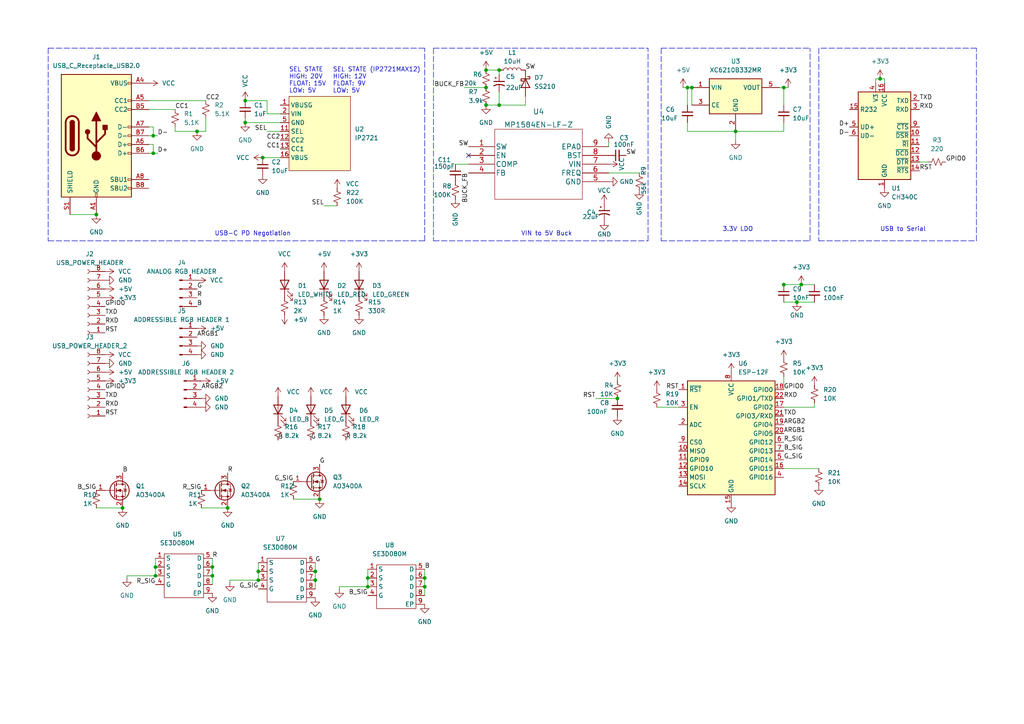
<source format=kicad_sch>
(kicad_sch (version 20211123) (generator eeschema)
  (paper "A4")
  (lib_symbols
    (symbol "Connector:Conn_01x04_Male" (pin_names (offset 1.016) hide)
      (property "Reference" "J" (at 0 5.08 0))
      (property "Value" "Conn_01x04_Male" (at 0 -7.62 0))
      (symbol "Conn_01x04_Male_1_1"
        (pin passive line (at 5.08 2.54 180) (length 3.81) (name "Pin_1") (number "1"))
        (pin passive line (at 5.08 0 180) (length 3.81) (name "Pin_2") (number "2"))
        (pin passive line (at 5.08 -2.54 180) (length 3.81) (name "Pin_3") (number "3"))
        (pin passive line (at 5.08 -5.08 180) (length 3.81) (name "Pin_4") (number "4"))
      )
    )
    (symbol "Connector:Conn_01x08_Female" (pin_names (offset 1.016) hide)
      (property "Reference" "J" (at 0 10.16 0))
      (property "Value" "Conn_01x08_Female" (at 0 -12.7 0))
      (symbol "Conn_01x08_Female_1_1"
        (pin passive line (at -5.08 7.62 0) (length 3.81) (name "Pin_1") (number "1"))
        (pin passive line (at -5.08 5.08 0) (length 3.81) (name "Pin_2") (number "2"))
        (pin passive line (at -5.08 2.54 0) (length 3.81) (name "Pin_3") (number "3"))
        (pin passive line (at -5.08 0 0) (length 3.81) (name "Pin_4") (number "4"))
        (pin passive line (at -5.08 -2.54 0) (length 3.81) (name "Pin_5") (number "5"))
        (pin passive line (at -5.08 -5.08 0) (length 3.81) (name "Pin_6") (number "6"))
        (pin passive line (at -5.08 -7.62 0) (length 3.81) (name "Pin_7") (number "7"))
        (pin passive line (at -5.08 -10.16 0) (length 3.81) (name "Pin_8") (number "8"))
      )
    )
    (symbol "Connector:USB_C_Receptacle_USB2.0" (pin_names (offset 1.016))
      (property "Reference" "J" (at -10.16 19.05 0))
      (property "Value" "USB_C_Receptacle_USB2.0" (at 19.05 19.05 0))
      (symbol "USB_C_Receptacle_USB2.0_1_1"
        (pin passive line (at 0 -22.86 90) (length 5.08) (name "GND") (number "A1"))
        (pin passive line (at 0 -22.86 90) (length 5.08) hide (name "GND") (number "A12"))
        (pin passive line (at 15.24 15.24 180) (length 5.08) (name "VBUS") (number "A4"))
        (pin bidirectional line (at 15.24 10.16 180) (length 5.08) (name "CC1") (number "A5"))
        (pin bidirectional line (at 15.24 -2.54 180) (length 5.08) (name "D+") (number "A6"))
        (pin bidirectional line (at 15.24 2.54 180) (length 5.08) (name "D-") (number "A7"))
        (pin bidirectional line (at 15.24 -12.7 180) (length 5.08) (name "SBU1") (number "A8"))
        (pin passive line (at 15.24 15.24 180) (length 5.08) hide (name "VBUS") (number "A9"))
        (pin passive line (at 0 -22.86 90) (length 5.08) hide (name "GND") (number "B1"))
        (pin passive line (at 0 -22.86 90) (length 5.08) hide (name "GND") (number "B12"))
        (pin passive line (at 15.24 15.24 180) (length 5.08) hide (name "VBUS") (number "B4"))
        (pin bidirectional line (at 15.24 7.62 180) (length 5.08) (name "CC2") (number "B5"))
        (pin bidirectional line (at 15.24 -5.08 180) (length 5.08) (name "D+") (number "B6"))
        (pin bidirectional line (at 15.24 0 180) (length 5.08) (name "D-") (number "B7"))
        (pin bidirectional line (at 15.24 -15.24 180) (length 5.08) (name "SBU2") (number "B8"))
        (pin passive line (at 15.24 15.24 180) (length 5.08) hide (name "VBUS") (number "B9"))
        (pin passive line (at -7.62 -22.86 90) (length 5.08) (name "SHIELD") (number "S1"))
      )
    )
    (symbol "Device:C_Polarized_Small_US" (pin_numbers hide) (pin_names (offset 0.254) hide)
      (property "Reference" "C" (at 0.254 1.778 0))
      (property "Value" "C_Polarized_Small_US" (at 0.254 -2.032 0))
      (symbol "C_Polarized_Small_US_1_1"
        (pin passive line (at 0 2.54 270) (length 2.032) (name "~") (number "1"))
        (pin passive line (at 0 -2.54 90) (length 2.032) (name "~") (number "2"))
      )
    )
    (symbol "Device:C_Small" (pin_numbers hide) (pin_names (offset 0.254) hide)
      (property "Reference" "C" (at 0.254 1.778 0))
      (property "Value" "C_Small" (at 0.254 -2.032 0))
      (symbol "C_Small_1_1"
        (pin passive line (at 0 2.54 270) (length 2.032) (name "~") (number "1"))
        (pin passive line (at 0 -2.54 90) (length 2.032) (name "~") (number "2"))
      )
    )
    (symbol "Device:L" (pin_numbers hide) (pin_names (offset 1.016) hide)
      (property "Reference" "L" (at -1.27 0 90))
      (property "Value" "L" (at 1.905 0 90))
      (symbol "L_1_1"
        (pin passive line (at 0 3.81 270) (length 1.27) (name "1") (number "1"))
        (pin passive line (at 0 -3.81 90) (length 1.27) (name "2") (number "2"))
      )
    )
    (symbol "Device:LED" (pin_numbers hide) (pin_names (offset 1.016) hide)
      (property "Reference" "D" (at 0 2.54 0))
      (property "Value" "LED" (at 0 -2.54 0))
      (symbol "LED_1_1"
        (pin passive line (at -3.81 0 0) (length 2.54) (name "K") (number "1"))
        (pin passive line (at 3.81 0 180) (length 2.54) (name "A") (number "2"))
      )
    )
    (symbol "Device:Q_NMOS_GSD" (pin_names (offset 0) hide)
      (property "Reference" "Q" (at 5.08 1.27 0))
      (property "Value" "Q_NMOS_GSD" (at 5.08 -1.27 0))
      (symbol "Q_NMOS_GSD_1_1"
        (pin input line (at -5.08 0 0) (length 2.54) (name "G") (number "1"))
        (pin passive line (at 2.54 -5.08 90) (length 2.54) (name "S") (number "2"))
        (pin passive line (at 2.54 5.08 270) (length 2.54) (name "D") (number "3"))
      )
    )
    (symbol "Device:R_Small_US" (pin_numbers hide) (pin_names (offset 0.254) hide)
      (property "Reference" "R" (at 0.762 0.508 0))
      (property "Value" "R_Small_US" (at 0.762 -1.016 0))
      (symbol "R_Small_US_1_1"
        (pin passive line (at 0 2.54 270) (length 1.016) (name "~") (number "1"))
        (pin passive line (at 0 -2.54 90) (length 1.016) (name "~") (number "2"))
      )
    )
    (symbol "Diode:B120-E3" (pin_numbers hide) (pin_names hide)
      (property "Reference" "D" (at 0 2.54 0))
      (property "Value" "B120-E3" (at 0 -2.54 0))
      (symbol "B120-E3_1_1"
        (pin passive line (at -3.81 0 0) (length 2.54) (name "K") (number "1"))
        (pin passive line (at 3.81 0 180) (length 2.54) (name "A") (number "2"))
      )
    )
    (symbol "IP2721:IP2721"
      (property "Reference" "U" (at 7.62 6.35 0))
      (property "Value" "IP2721" (at 8.89 3.81 0))
      (symbol "IP2721_0_0"
        (pin output line (at 0 0 0) (length 2.54) (name "VBUSG") (number "1"))
        (pin input line (at 0 -7.62 0) (length 2.54) (name "SEL") (number "11"))
        (pin bidirectional line (at 0 -10.16 0) (length 2.54) (name "CC2") (number "12"))
        (pin bidirectional line (at 0 -12.7 0) (length 2.54) (name "CC1") (number "13"))
        (pin input line (at 0 -15.24 0) (length 2.54) (name "VBUS") (number "16"))
        (pin output line (at 0 -2.54 0) (length 2.54) (name "VIN") (number "2"))
        (pin bidirectional line (at 0 -5.08 0) (length 2.54) (name "GND") (number "5"))
      )
    )
    (symbol "Interface_USB:CH340C"
      (property "Reference" "U" (at -5.08 13.97 0))
      (property "Value" "CH340C" (at 1.27 13.97 0))
      (symbol "CH340C_1_1"
        (pin power_in line (at 0 -15.24 90) (length 2.54) (name "GND") (number "1"))
        (pin input line (at 10.16 0 180) (length 2.54) (name "~{DSR}") (number "10"))
        (pin input line (at 10.16 -2.54 180) (length 2.54) (name "~{RI}") (number "11"))
        (pin input line (at 10.16 -5.08 180) (length 2.54) (name "~{DCD}") (number "12"))
        (pin output line (at 10.16 -7.62 180) (length 2.54) (name "~{DTR}") (number "13"))
        (pin output line (at 10.16 -10.16 180) (length 2.54) (name "~{RTS}") (number "14"))
        (pin input line (at -10.16 7.62 0) (length 2.54) (name "R232") (number "15"))
        (pin power_in line (at 0 15.24 270) (length 2.54) (name "VCC") (number "16"))
        (pin output line (at 10.16 10.16 180) (length 2.54) (name "TXD") (number "2"))
        (pin input line (at 10.16 7.62 180) (length 2.54) (name "RXD") (number "3"))
        (pin passive line (at -2.54 15.24 270) (length 2.54) (name "V3") (number "4"))
        (pin bidirectional line (at -10.16 2.54 0) (length 2.54) (name "UD+") (number "5"))
        (pin bidirectional line (at -10.16 0 0) (length 2.54) (name "UD-") (number "6"))
        (pin no_connect line (at -7.62 -7.62 0) (length 2.54) hide (name "NC") (number "7"))
        (pin no_connect line (at -7.62 -10.16 0) (length 2.54) hide (name "NC") (number "8"))
        (pin input line (at 10.16 2.54 180) (length 2.54) (name "~{CTS}") (number "9"))
      )
    )
    (symbol "MP1584:MP1584EN-LF-Z" (pin_names (offset 0.254))
      (property "Reference" "U" (at 20.32 10.16 0))
      (property "Value" "MP1584EN-LF-Z" (at 20.32 7.62 0))
      (symbol "MP1584EN-LF-Z_1_1"
        (pin output line (at 0 0 0) (length 7.62) (name "SW") (number "1"))
        (pin input line (at 0 -2.54 0) (length 7.62) (name "EN") (number "2"))
        (pin output line (at 0 -5.08 0) (length 7.62) (name "COMP") (number "3"))
        (pin input line (at 0 -7.62 0) (length 7.62) (name "FB") (number "4"))
        (pin power_in line (at 40.64 -10.16 180) (length 7.62) (name "GND") (number "5"))
        (pin input line (at 40.64 -7.62 180) (length 7.62) (name "FREQ") (number "6"))
        (pin power_in line (at 40.64 -5.08 180) (length 7.62) (name "VIN") (number "7"))
        (pin unspecified line (at 40.64 -2.54 180) (length 7.62) (name "BST") (number "8"))
        (pin power_in line (at 40.64 0 180) (length 7.62) (name "EPAD") (number "9"))
      )
    )
    (symbol "RF_Module:ESP-12F"
      (property "Reference" "U" (at -12.7 19.05 0))
      (property "Value" "ESP-12F" (at 12.7 19.05 0))
      (symbol "ESP-12F_1_1"
        (pin input line (at -15.24 15.24 0) (length 2.54) (name "~{RST}") (number "1"))
        (pin bidirectional line (at -15.24 -2.54 0) (length 2.54) (name "MISO") (number "10"))
        (pin bidirectional line (at -15.24 -5.08 0) (length 2.54) (name "GPIO9") (number "11"))
        (pin bidirectional line (at -15.24 -7.62 0) (length 2.54) (name "GPIO10") (number "12"))
        (pin bidirectional line (at -15.24 -10.16 0) (length 2.54) (name "MOSI") (number "13"))
        (pin bidirectional line (at -15.24 -12.7 0) (length 2.54) (name "SCLK") (number "14"))
        (pin power_in line (at 0 -17.78 90) (length 2.54) (name "GND") (number "15"))
        (pin bidirectional line (at 15.24 -7.62 180) (length 2.54) (name "GPIO15") (number "16"))
        (pin bidirectional line (at 15.24 10.16 180) (length 2.54) (name "GPIO2") (number "17"))
        (pin bidirectional line (at 15.24 15.24 180) (length 2.54) (name "GPIO0") (number "18"))
        (pin bidirectional line (at 15.24 5.08 180) (length 2.54) (name "GPIO4") (number "19"))
        (pin input line (at -15.24 5.08 0) (length 2.54) (name "ADC") (number "2"))
        (pin bidirectional line (at 15.24 2.54 180) (length 2.54) (name "GPIO5") (number "20"))
        (pin bidirectional line (at 15.24 7.62 180) (length 2.54) (name "GPIO3/RXD") (number "21"))
        (pin bidirectional line (at 15.24 12.7 180) (length 2.54) (name "GPIO1/TXD") (number "22"))
        (pin input line (at -15.24 10.16 0) (length 2.54) (name "EN") (number "3"))
        (pin bidirectional line (at 15.24 -10.16 180) (length 2.54) (name "GPIO16") (number "4"))
        (pin bidirectional line (at 15.24 -5.08 180) (length 2.54) (name "GPIO14") (number "5"))
        (pin bidirectional line (at 15.24 0 180) (length 2.54) (name "GPIO12") (number "6"))
        (pin bidirectional line (at 15.24 -2.54 180) (length 2.54) (name "GPIO13") (number "7"))
        (pin power_in line (at 0 20.32 270) (length 2.54) (name "VCC") (number "8"))
        (pin input line (at -15.24 0 0) (length 2.54) (name "CS0") (number "9"))
      )
    )
    (symbol "Regulator_Linear:XC6210B332MR"
      (property "Reference" "U" (at 0 8.89 0))
      (property "Value" "XC6210B332MR" (at 0 6.35 0))
      (symbol "XC6210B332MR_1_1"
        (pin power_in line (at -12.7 2.54 0) (length 5.08) (name "VIN") (number "1"))
        (pin power_in line (at 0 -10.16 90) (length 5.08) (name "GND") (number "2"))
        (pin input line (at -12.7 -2.54 0) (length 5.08) (name "CE") (number "3"))
        (pin no_connect line (at 12.7 -2.54 180) (length 5.08) hide (name "NC") (number "4"))
        (pin power_out line (at 12.7 2.54 180) (length 5.08) (name "VOUT") (number "5"))
      )
    )
    (symbol "SE3D080M:SE3D080M"
      (property "Reference" "U" (at -5.08 1.27 0))
      (property "Value" "SE3D080M" (at -3.81 3.81 0))
      (symbol "SE3D080M_0_0"
        (pin unspecified line (at -10.16 -1.27 0) (length 2.54) (name "S") (number "1"))
        (pin unspecified line (at -10.16 -3.81 0) (length 2.54) (name "S") (number "2"))
        (pin unspecified line (at -10.16 -6.35 0) (length 2.54) (name "S") (number "3"))
        (pin unspecified line (at -10.16 -8.89 0) (length 2.54) (name "G") (number "4"))
        (pin unspecified line (at 6.35 -1.27 180) (length 2.54) (name "D") (number "5"))
        (pin unspecified line (at 6.35 -3.81 180) (length 2.54) (name "D") (number "6"))
        (pin unspecified line (at 6.35 -6.35 180) (length 2.54) (name "D") (number "7"))
        (pin unspecified line (at 6.35 -8.89 180) (length 2.54) (name "D") (number "8"))
        (pin unspecified line (at 6.35 -11.43 180) (length 2.54) (name "EP") (number "9"))
      )
    )
    (symbol "power:+3.3V" (power) (pin_names (offset 0))
      (property "Value" "+3.3V" (at 0 3.556 0))
      (symbol "+3.3V_1_1"
        (pin power_in line (at 0 0 90) (length 0) hide (name "+3V3") (number "1"))
      )
    )
    (symbol "power:+5V" (power) (pin_names (offset 0))
      (property "Value" "+5V" (at 0 3.556 0))
      (symbol "+5V_1_1"
        (pin power_in line (at 0 0 90) (length 0) hide (name "+5V") (number "1"))
      )
    )
    (symbol "power:GND" (power) (pin_names (offset 0))
      (property "Value" "GND" (at 0 -3.81 0))
      (symbol "GND_1_1"
        (pin power_in line (at 0 0 270) (length 0) hide (name "GND") (number "1"))
      )
    )
    (symbol "power:VCC" (power) (pin_names (offset 0))
      (property "Value" "VCC" (at 0 3.81 0))
      (symbol "VCC_1_1"
        (pin power_in line (at 0 0 90) (length 0) hide (name "VCC") (number "1"))
      )
    )
  )
  (junction (at 232.41 82.55))
  (junction (at 27.94 62.23))
  (junction (at 106.68 167.64))
  (junction (at 106.68 170.18))
  (junction (at 61.595 164.465))
  (junction (at 231.14 87.63))
  (junction (at 92.71 144.78))
  (junction (at 45.085 164.465))
  (junction (at 74.93 165.735))
  (junction (at 61.595 167.005))
  (junction (at 66.04 147.32))
  (junction (at 227.33 25.4))
  (junction (at 44.45 39.37))
  (junction (at 35.56 147.32))
  (junction (at 123.19 167.64))
  (junction (at 213.36 38.1))
  (junction (at 91.44 168.275))
  (junction (at 227.33 82.55))
  (junction (at 71.12 35.56))
  (junction (at 140.97 30.48))
  (junction (at 144.78 20.32))
  (junction (at 255.27 22.86))
  (junction (at 57.15 38.1))
  (junction (at 179.07 115.57))
  (junction (at 91.44 165.735))
  (junction (at 71.12 29.21))
  (junction (at 44.45 44.45))
  (junction (at 74.93 168.275))
  (junction (at 199.39 25.4))
  (junction (at 140.97 25.4))
  (junction (at 45.085 167.005))
  (junction (at 76.2 45.72))
  (junction (at 200.66 25.4))
  (junction (at 123.19 170.18))
  (junction (at 144.78 30.48))
  (junction (at 140.97 20.32))
  (no_connect (at 135.89 45.085))
  (wire (pts (xy 123.19 170.18) (xy 123.19 172.72)))
  (wire (pts (xy 227.33 25.4) (xy 228.6 25.4)))
  (wire (pts (xy 43.18 29.21) (xy 59.69 29.21)))
  (wire (pts (xy 106.68 165.1) (xy 106.68 167.64)))
  (wire (pts (xy 77.47 29.21) (xy 71.12 29.21)))
  (wire (pts (xy 176.53 41.275) (xy 176.53 42.545)))
  (wire (pts (xy 45.085 161.925) (xy 45.085 164.465)))
  (wire (pts (xy 98.425 170.18) (xy 106.68 170.18)))
  (wire (pts (xy 200.66 25.4) (xy 200.66 30.48)))
  (wire (pts (xy 93.98 59.69) (xy 97.79 59.69)))
  (wire (pts (xy 226.06 25.4) (xy 227.33 25.4)))
  (wire (pts (xy 198.12 25.4) (xy 199.39 25.4)))
  (wire (pts (xy 66.675 168.275) (xy 74.93 168.275)))
  (wire (pts (xy 227.33 87.63) (xy 231.14 87.63)))
  (wire (pts (xy 140.97 20.32) (xy 144.78 20.32)))
  (wire (pts (xy 43.18 41.91) (xy 44.45 41.91)))
  (polyline (pts (xy 191.77 13.97) (xy 191.77 69.85)))
  (wire (pts (xy 91.44 168.275) (xy 91.44 170.815)))
  (wire (pts (xy 190.5 118.11) (xy 196.85 118.11)))
  (polyline (pts (xy 13.97 69.85) (xy 123.19 69.85)))
  (wire (pts (xy 255.27 22.86) (xy 254 22.86)))
  (wire (pts (xy 227.33 82.55) (xy 227.33 83.82)))
  (polyline (pts (xy 237.49 69.85) (xy 283.21 69.85)))
  (wire (pts (xy 71.12 35.56) (xy 81.28 35.56)))
  (wire (pts (xy 98.425 170.815) (xy 98.425 170.18)))
  (wire (pts (xy 132.08 47.625) (xy 135.89 47.625)))
  (wire (pts (xy 77.47 38.1) (xy 81.28 38.1)))
  (wire (pts (xy 227.33 109.22) (xy 227.33 113.03)))
  (wire (pts (xy 213.36 38.1) (xy 213.36 40.64)))
  (wire (pts (xy 74.93 163.195) (xy 74.93 165.735)))
  (polyline (pts (xy 191.77 13.97) (xy 234.95 13.97)))
  (wire (pts (xy 185.42 50.165) (xy 176.53 50.165)))
  (polyline (pts (xy 123.19 69.85) (xy 123.19 13.97)))
  (wire (pts (xy 227.33 118.11) (xy 236.22 118.11)))
  (wire (pts (xy 231.14 87.63) (xy 236.22 87.63)))
  (wire (pts (xy 227.33 135.89) (xy 237.49 135.89)))
  (wire (pts (xy 71.12 35.56) (xy 71.12 34.29)))
  (wire (pts (xy 134.62 25.4) (xy 140.97 25.4)))
  (wire (pts (xy 144.78 26.67) (xy 144.78 30.48)))
  (wire (pts (xy 254 22.86) (xy 254 24.13)))
  (wire (pts (xy 91.44 163.195) (xy 91.44 165.735)))
  (wire (pts (xy 140.97 30.48) (xy 144.78 30.48)))
  (wire (pts (xy 106.68 167.64) (xy 106.68 170.18)))
  (polyline (pts (xy 237.49 13.97) (xy 237.49 69.85)))
  (wire (pts (xy 44.45 36.83) (xy 43.18 36.83)))
  (wire (pts (xy 256.54 24.13) (xy 256.54 22.86)))
  (wire (pts (xy 269.24 46.99) (xy 266.7 46.99)))
  (wire (pts (xy 27.94 147.32) (xy 35.56 147.32)))
  (polyline (pts (xy 187.96 69.85) (xy 187.96 13.97)))
  (wire (pts (xy 256.54 22.86) (xy 255.27 22.86)))
  (polyline (pts (xy 13.97 13.97) (xy 123.19 13.97)))
  (wire (pts (xy 123.19 167.64) (xy 123.19 170.18)))
  (wire (pts (xy 172.72 115.57) (xy 179.07 115.57)))
  (wire (pts (xy 50.8 38.1) (xy 57.15 38.1)))
  (wire (pts (xy 44.45 39.37) (xy 45.72 39.37)))
  (wire (pts (xy 152.4 30.48) (xy 144.78 30.48)))
  (wire (pts (xy 59.69 34.29) (xy 59.69 38.1)))
  (wire (pts (xy 232.41 82.55) (xy 227.33 82.55)))
  (wire (pts (xy 213.36 38.1) (xy 199.39 38.1)))
  (wire (pts (xy 45.085 164.465) (xy 45.085 167.005)))
  (wire (pts (xy 199.39 38.1) (xy 199.39 35.56)))
  (wire (pts (xy 227.33 35.56) (xy 227.33 38.1)))
  (wire (pts (xy 74.93 165.735) (xy 74.93 168.275)))
  (wire (pts (xy 236.22 118.11) (xy 236.22 116.84)))
  (wire (pts (xy 76.2 45.72) (xy 81.28 45.72)))
  (wire (pts (xy 123.19 165.1) (xy 123.19 167.64)))
  (wire (pts (xy 20.32 62.23) (xy 27.94 62.23)))
  (polyline (pts (xy 234.95 69.85) (xy 234.95 13.97)))
  (polyline (pts (xy 191.77 69.85) (xy 234.95 69.85)))
  (wire (pts (xy 227.33 30.48) (xy 227.33 25.4)))
  (wire (pts (xy 36.83 167.64) (xy 36.83 167.005)))
  (polyline (pts (xy 125.73 13.97) (xy 125.73 69.85)))
  (wire (pts (xy 81.28 33.02) (xy 77.47 33.02)))
  (wire (pts (xy 199.39 25.4) (xy 200.66 25.4)))
  (wire (pts (xy 43.18 31.75) (xy 50.8 31.75)))
  (wire (pts (xy 36.83 167.005) (xy 45.085 167.005)))
  (wire (pts (xy 44.45 44.45) (xy 45.72 44.45)))
  (wire (pts (xy 213.36 38.1) (xy 227.33 38.1)))
  (wire (pts (xy 43.18 44.45) (xy 44.45 44.45)))
  (wire (pts (xy 152.4 27.94) (xy 152.4 30.48)))
  (wire (pts (xy 59.69 38.1) (xy 57.15 38.1)))
  (polyline (pts (xy 125.73 69.85) (xy 187.96 69.85)))
  (wire (pts (xy 44.45 39.37) (xy 44.45 36.83)))
  (polyline (pts (xy 125.73 13.97) (xy 187.96 13.97)))
  (wire (pts (xy 61.595 164.465) (xy 61.595 167.005)))
  (wire (pts (xy 91.44 165.735) (xy 91.44 168.275)))
  (wire (pts (xy 85.09 144.78) (xy 92.71 144.78)))
  (wire (pts (xy 199.39 30.48) (xy 199.39 25.4)))
  (polyline (pts (xy 283.21 13.97) (xy 237.49 13.97)))
  (wire (pts (xy 144.78 20.32) (xy 144.78 21.59)))
  (wire (pts (xy 50.8 36.83) (xy 50.8 38.1)))
  (wire (pts (xy 43.18 39.37) (xy 44.45 39.37)))
  (wire (pts (xy 44.45 41.91) (xy 44.45 44.45)))
  (wire (pts (xy 66.675 168.91) (xy 66.675 168.275)))
  (wire (pts (xy 61.595 167.005) (xy 61.595 169.545)))
  (polyline (pts (xy 13.97 13.97) (xy 13.97 69.85)))
  (wire (pts (xy 77.47 33.02) (xy 77.47 29.21)))
  (wire (pts (xy 58.42 147.32) (xy 66.04 147.32)))
  (polyline (pts (xy 283.21 69.85) (xy 283.21 13.97)))
  (wire (pts (xy 232.41 82.55) (xy 236.22 82.55)))
  (wire (pts (xy 61.595 161.925) (xy 61.595 164.465)))
  (text "SEL STATE\nHIGH: 20V\nFLOAT: 15V\nLOW: 5V\n\n" (at 83.82 29.21 0) (effects (font (size 1.27 1.27)) (justify left bottom)))
  (text "VIN to 5V Buck\n" (at 151.13 68.58 0) (effects (font (size 1.27 1.27)) (justify left bottom)))
  (text "USB-C PD Negotiation\n" (at 62.23 68.58 0) (effects (font (size 1.27 1.27)) (justify left bottom)))
  (text "SEL STATE (IP2721MAX12)\nHIGH: 12V\nFLOAT: 9V\nLOW: 5V\n\n" (at 96.52 29.21 0) (effects (font (size 1.27 1.27)) (justify left bottom)))
  (text "USB to Serial\n" (at 255.27 67.31 0) (effects (font (size 1.27 1.27)) (justify left bottom)))
  (text "3.3V LDO\n" (at 209.55 67.31 0) (effects (font (size 1.27 1.27)) (justify left bottom)))
  (label "RST" (at 30.48 96.52 0))
  (label "GPIO0" (at 227.33 113.03 0))
  (label "D+" (at 246.38 36.83 180))
  (label "D-" (at 246.38 39.37 180))
  (label "B" (at 35.56 137.16 0))
  (label "B_SIG" (at 227.33 130.81 0))
  (label "D-" (at 45.72 39.37 0))
  (label "TXD" (at 30.48 91.44 0))
  (label "CC2" (at 59.69 29.21 0))
  (label "CC2" (at 81.28 40.64 180))
  (label "B" (at 123.19 165.1 0))
  (label "RXD" (at 266.7 31.75 0))
  (label "SW" (at 135.89 42.545 180))
  (label "R" (at 66.04 137.16 0))
  (label "R_SIG" (at 227.33 128.27 0))
  (label "G_SIG" (at 227.33 133.35 0))
  (label "RST" (at 30.48 120.65 0))
  (label "RST" (at 172.72 115.57 180))
  (label "B_SIG" (at 27.94 142.24 180))
  (label "ARGB1" (at 57.15 97.79 0))
  (label "SEL" (at 77.47 38.1 180))
  (label "B_SIG" (at 106.68 172.72 180))
  (label "R_SIG" (at 58.42 142.24 180))
  (label "G" (at 92.71 134.62 0))
  (label "GPIO0" (at 274.32 46.99 0))
  (label "TXD" (at 266.7 29.21 0))
  (label "G" (at 57.15 83.82 0))
  (label "D+" (at 45.72 44.45 0))
  (label "RST" (at 266.7 49.53 0))
  (label "ARGB2" (at 58.42 113.03 0))
  (label "ARGB2" (at 227.33 123.19 0))
  (label "TXD" (at 30.48 115.57 0))
  (label "TXD" (at 227.33 120.65 0))
  (label "BUCK_FB" (at 135.89 50.165 270))
  (label "B" (at 57.15 88.9 0))
  (label "G" (at 91.44 163.195 0))
  (label "RXD" (at 30.48 93.98 0))
  (label "R" (at 61.595 161.925 0))
  (label "SEL" (at 93.98 59.69 180))
  (label "RXD" (at 227.33 115.57 0))
  (label "GPIO0" (at 30.48 113.03 0))
  (label "RXD" (at 30.48 118.11 0))
  (label "BUCK_FB" (at 134.62 25.4 180))
  (label "SW" (at 152.4 20.32 0))
  (label "GPIO0" (at 30.48 88.9 0))
  (label "B" (at 80.645 127.635 0))
  (label "ARGB1" (at 227.33 125.73 0))
  (label "CC1" (at 81.28 43.18 180))
  (label "R" (at 57.15 86.36 0))
  (label "R_SIG" (at 45.085 169.545 180))
  (label "R" (at 100.33 127.635 0))
  (label "G" (at 90.17 127.635 0))
  (label "G_SIG" (at 74.93 170.815 180))
  (label "SW" (at 181.61 45.085 0))
  (label "RST" (at 196.85 113.03 180))
  (label "CC1" (at 50.8 31.75 0))
  (label "G_SIG" (at 85.09 139.7 180))
  (symbol (lib_id "power:+5V") (at 58.42 110.49 270) (unit 1)
    (property "Reference" "#PWR0138" (effects hide))
    (property "Value" "+5V" (at 62.23 110.4899 90) (effects (justify left)))
  )
  (symbol (lib_id "Device:R_Small_US") (at 237.49 138.43 0) (unit 1)
    (property "Reference" "R21" (at 240.03 137.1599 0) (effects (justify left)))
    (property "Value" "10K" (at 240.03 139.6999 0) (effects (justify left)))
    (property "Footprint" "Resistor_SMD:R_0402_1005Metric" (effects hide))
    (property "LCSC Part Number" "C25744" (effects hide))
    (property "LCSC" "C25744" (effects hide))
  )
  (symbol (lib_id "power:GND") (at 231.14 87.63 0) (unit 1)
    (property "Reference" "#PWR0123" (effects hide))
    (property "Value" "GND" (at 231.14 91.44 0))
  )
  (symbol (lib_id "power:GND") (at 93.98 91.44 0) (unit 1)
    (property "Reference" "#PWR0149" (effects hide))
    (property "Value" "GND" (at 93.98 96.52 0))
  )
  (symbol (lib_id "power:+3.3V") (at 104.14 78.74 0) (unit 1)
    (property "Reference" "#PWR0146" (effects hide))
    (property "Value" "+3.3V" (at 104.14 73.66 0))
  )
  (symbol (lib_id "Diode:B120-E3") (at 152.4 24.13 270) (unit 1)
    (property "Reference" "D7" (at 154.94 22.5424 90) (effects (justify left)))
    (property "Value" "SS210" (at 154.94 25.0824 90) (effects (justify left)))
    (property "Footprint" "Diode_SMD:D_SMA" (effects hide))
    (property "Datasheet" "http://www.vishay.com/docs/88946/b120.pdf" (effects hide))
  )
  (symbol (lib_id "power:GND") (at 104.14 91.44 0) (unit 1)
    (property "Reference" "#PWR0148" (effects hide))
    (property "Value" "GND" (at 104.14 96.52 0))
  )
  (symbol (lib_id "Device:C_Small") (at 179.07 118.11 0) (unit 1)
    (property "Reference" "C8" (at 173.99 116.84 0) (effects (justify left)))
    (property "Value" "100nF" (at 170.18 119.38 0) (effects (justify left)))
    (property "Footprint" "Capacitor_SMD:C_0402_1005Metric" (effects hide))
    (property "LCSC Part Number" "C1525" (effects hide))
    (property "LCSC" "C1525" (effects hide))
  )
  (symbol (lib_id "Device:R_Small_US") (at 140.97 27.94 0) (unit 1)
    (property "Reference" "R7" (at 135.89 26.67 0) (effects (justify left)))
    (property "Value" "3.9k" (at 135.89 29.21 0) (effects (justify left)))
    (property "Footprint" "Resistor_SMD:R_0402_1005Metric" (effects hide))
    (property "LCSC Part Number" "C25762" (effects hide))
    (property "LCSC" "C25762" (effects hide))
  )
  (symbol (lib_id "power:GND") (at 27.94 62.23 0) (unit 1)
    (property "Reference" "#PWR0102" (effects hide))
    (property "Value" "GND" (at 27.94 67.31 0))
  )
  (symbol (lib_id "power:GND") (at 179.07 120.65 0) (unit 1)
    (property "Reference" "#PWR0127" (effects hide))
    (property "Value" "GND" (at 179.07 125.73 0))
  )
  (symbol (lib_id "Device:R_Small_US") (at 179.07 113.03 180) (unit 1)
    (property "Reference" "R4" (at 175.26 111.76 0) (effects (justify right)))
    (property "Value" "10K" (at 173.99 114.3 0) (effects (justify right)))
    (property "Footprint" "Resistor_SMD:R_0402_1005Metric" (effects hide))
    (property "LCSC Part Number" "C25744" (effects hide))
    (property "LCSC" "C25744" (effects hide))
  )
  (symbol (lib_id "power:+5V") (at 57.15 95.25 270) (unit 1)
    (property "Reference" "#PWR0130" (effects hide))
    (property "Value" "+5V" (at 60.96 95.2499 90) (effects (justify left)))
  )
  (symbol (lib_id "Device:R_Small_US") (at 100.33 125.095 0) (unit 1)
    (property "Reference" "R18" (at 102.235 123.8249 0) (effects (justify left)))
    (property "Value" "8.2k" (at 102.235 126.3649 0) (effects (justify left)))
    (property "Footprint" "Resistor_SMD:R_0402_1005Metric" (effects hide))
    (property "LCSC Part Number" "C25104" (effects hide))
    (property "LCSC" "C25104" (effects hide))
  )
  (symbol (lib_id "power:VCC") (at 71.12 29.21 0) (unit 1)
    (property "Reference" "#PWR0119" (effects hide))
    (property "Value" "VCC" (at 71.1201 25.4 90) (effects (justify left)))
  )
  (symbol (lib_id "Device:LED") (at 82.55 82.55 90) (unit 1)
    (property "Reference" "D1" (at 86.36 82.8674 90) (effects (justify right)))
    (property "Value" "LED_WHITE" (at 86.36 85.4074 90) (effects (justify right)))
    (property "Footprint" "LED_SMD:LED_0603_1608Metric" (effects hide))
    (property "LCSC Part Number" "C72038" (effects hide))
    (property "LCSC" "C72038" (effects hide))
  )
  (symbol (lib_id "power:GND") (at 57.15 100.33 90) (unit 1)
    (property "Reference" "#PWR0128" (effects hide))
    (property "Value" "GND" (at 60.96 100.3299 90) (effects (justify right)))
  )
  (symbol (lib_id "power:GND") (at 30.48 105.41 90) (unit 1)
    (property "Reference" "#PWR0133" (effects hide))
    (property "Value" "GND" (at 34.29 105.4099 90) (effects (justify right)))
  )
  (symbol (lib_id "power:VCC") (at 100.33 114.935 0) (unit 1)
    (property "Reference" "#PWR0151" (effects hide))
    (property "Value" "VCC" (at 102.87 113.6649 0) (effects (justify left)))
  )
  (symbol (lib_id "IP2721:IP2721") (at 81.28 30.48 0) (unit 1)
    (property "Reference" "U2" (at 102.87 37.4649 0) (effects (justify left)))
    (property "Value" "IP2721" (at 102.87 40.0049 0) (effects (justify left)))
    (property "Footprint" "Package_SO:TSSOP-16_4.4x5mm_P0.65mm" (effects hide))
    (property "LCSC Part Number" "C603176" (effects hide))
    (property "LCSC" "C603176" (effects hide))
  )
  (symbol (lib_id "power:+3.3V") (at 212.09 107.95 0) (unit 1)
    (property "Reference" "#PWR0152" (effects hide))
    (property "Value" "+3.3V" (at 212.09 102.87 0))
  )
  (symbol (lib_id "Device:R_Small_US") (at 59.69 31.75 0) (unit 1)
    (property "Reference" "R2" (at 62.23 30.4799 0) (effects (justify left)))
    (property "Value" "5.1K" (at 62.23 33.0199 0) (effects (justify left)))
    (property "Footprint" "Resistor_SMD:R_0402_1005Metric" (effects hide))
    (property "LCSC Part Number" "C25905" (effects hide))
    (property "LCSC" "C25905" (effects hide))
  )
  (symbol (lib_id "Device:C_Small") (at 76.2 48.26 0) (unit 1)
    (property "Reference" "C2" (at 78.74 46.9962 0) (effects (justify left)))
    (property "Value" "10uF" (at 78.74 49.5362 0) (effects (justify left)))
    (property "Footprint" "Capacitor_SMD:C_0603_1608Metric" (effects hide))
    (property "LCSC Part Number" "C96446" (effects hide))
    (property "LCSC" "C96446" (effects hide))
  )
  (symbol (lib_id "Connector:Conn_01x04_Male") (at 52.07 97.79 0) (unit 1)
    (property "Reference" "J5" (at 52.705 90.17 0))
    (property "Value" "ADDRESSIBLE RGB HEADER 1" (at 52.705 92.71 0))
    (property "Footprint" "Connector_PinHeader_2.54mm:PinHeader_1x04_P2.54mm_Vertical" (effects hide))
  )
  (symbol (lib_id "Device:C_Small") (at 227.33 85.09 0) (unit 1)
    (property "Reference" "C9" (at 229.87 83.8262 0) (effects (justify left)))
    (property "Value" "10nF" (at 229.87 86.3662 0) (effects (justify left)))
    (property "Footprint" "Capacitor_SMD:C_0402_1005Metric" (effects hide))
    (property "LCSC Part Number" "C15195" (effects hide))
    (property "LCSC" "C15195" (effects hide))
  )
  (symbol (lib_id "power:GND") (at 61.595 172.085 0) (unit 1)
    (property "Reference" "#PWR0165" (effects hide))
    (property "Value" "GND" (at 61.595 177.165 0))
  )
  (symbol (lib_id "power:+3.3V") (at 255.27 22.86 0) (unit 1)
    (property "Reference" "#PWR0117" (effects hide))
    (property "Value" "+3.3V" (at 255.27 17.78 0))
  )
  (symbol (lib_id "power:+5V") (at 93.98 78.74 0) (unit 1)
    (property "Reference" "#PWR0145" (effects hide))
    (property "Value" "+5V" (at 93.98 73.66 0))
  )
  (symbol (lib_id "power:GND") (at 212.09 146.05 0) (unit 1)
    (property "Reference" "#PWR0153" (effects hide))
    (property "Value" "GND" (at 212.09 151.13 0))
  )
  (symbol (lib_id "power:VCC") (at 175.26 59.055 0) (unit 1)
    (property "Reference" "#PWR0157" (effects hide))
    (property "Value" "VCC" (at 175.26 55.245 0))
  )
  (symbol (lib_id "power:GND") (at 66.04 147.32 0) (unit 1)
    (property "Reference" "#PWR0142" (effects hide))
    (property "Value" "GND" (at 66.04 152.4 0))
  )
  (symbol (lib_id "power:+3.3V") (at 30.48 110.49 270) (unit 1)
    (property "Reference" "#PWR0136" (effects hide))
    (property "Value" "+3.3V" (at 34.29 110.4899 90) (effects (justify left)))
  )
  (symbol (lib_id "Device:C_Small") (at 179.07 45.085 90) (unit 1)
    (property "Reference" "C3" (at 180.975 40.005 90))
    (property "Value" "100nF" (at 180.975 41.91 90))
    (property "Footprint" "Capacitor_SMD:C_0402_1005Metric" (effects hide))
    (property "LCSC Part Number" "C52923" (effects hide))
    (property "LCSC" "C1525" (effects hide))
  )
  (symbol (lib_id "Device:R_Small_US") (at 80.645 125.095 0) (unit 1)
    (property "Reference" "R16" (at 82.55 123.8249 0) (effects (justify left)))
    (property "Value" "8.2k" (at 82.55 126.3649 0) (effects (justify left)))
    (property "Footprint" "Resistor_SMD:R_0402_1005Metric" (effects hide))
    (property "LCSC Part Number" "C25104" (effects hide))
    (property "LCSC" "C25104" (effects hide))
  )
  (symbol (lib_id "power:+5V") (at 82.55 91.44 180) (unit 1)
    (property "Reference" "#PWR0144" (effects hide))
    (property "Value" "+5V" (at 85.09 92.7099 0) (effects (justify right)))
  )
  (symbol (lib_id "Device:LED") (at 80.645 118.745 90) (unit 1)
    (property "Reference" "D4" (at 83.82 119.0624 90) (effects (justify right)))
    (property "Value" "LED_B" (at 83.82 121.6024 90) (effects (justify right)))
    (property "Footprint" "LED_SMD:LED_0603_1608Metric" (effects hide))
    (property "LCSC Part Number" "C72043" (effects hide))
    (property "LCSC" "C72043" (effects hide))
  )
  (symbol (lib_id "power:GND") (at 57.15 102.87 90) (unit 1)
    (property "Reference" "#PWR0131" (effects hide))
    (property "Value" "GND" (at 60.96 102.8699 90) (effects (justify right)))
  )
  (symbol (lib_id "power:+3.3V") (at 232.41 82.55 0) (unit 1)
    (property "Reference" "#PWR0125" (effects hide))
    (property "Value" "+3.3V" (at 232.41 77.47 0))
  )
  (symbol (lib_id "power:+3.3V") (at 30.48 86.36 270) (unit 1)
    (property "Reference" "#PWR0107" (effects hide))
    (property "Value" "+3.3V" (at 34.29 86.3599 90) (effects (justify left)))
  )
  (symbol (lib_id "Device:C_Small") (at 236.22 85.09 0) (unit 1)
    (property "Reference" "C10" (at 238.76 83.8262 0) (effects (justify left)))
    (property "Value" "100nF" (at 238.76 86.3662 0) (effects (justify left)))
    (property "Footprint" "Capacitor_SMD:C_0402_1005Metric" (effects hide))
    (property "LCSC Part Number" "C1525" (effects hide))
    (property "LCSC" "C1525" (effects hide))
  )
  (symbol (lib_id "Device:R_Small_US") (at 93.98 88.9 0) (unit 1)
    (property "Reference" "R14" (at 96.52 87.6299 0) (effects (justify left)))
    (property "Value" "1K" (at 96.52 90.1699 0) (effects (justify left)))
    (property "Footprint" "Resistor_SMD:R_0402_1005Metric" (effects hide))
    (property "LCSC Part Number" "C11702" (effects hide))
    (property "LCSC" "C11702" (effects hide))
  )
  (symbol (lib_id "power:VCC") (at 30.48 78.74 270) (unit 1)
    (property "Reference" "#PWR0108" (effects hide))
    (property "Value" "VCC" (at 34.29 78.7399 90) (effects (justify left)))
  )
  (symbol (lib_id "SE3D080M:SE3D080M") (at 55.245 160.655 0) (unit 1)
    (property "Reference" "U5" (at 51.435 154.94 0))
    (property "Value" "SE3D080M" (at 51.435 157.48 0))
    (property "Footprint" "Package_DFN_QFN:DFN-8-1EP_3x3mm_P0.65mm_EP1.55x2.4mm" (effects hide))
  )
  (symbol (lib_id "Regulator_Linear:XC6210B332MR") (at 213.36 27.94 0) (unit 1)
    (property "Reference" "U3" (at 213.36 17.78 0))
    (property "Value" "XC6210B332MR" (at 213.36 20.32 0))
    (property "Footprint" "Package_TO_SOT_SMD:SOT-23-5" (effects hide))
    (property "Datasheet" "https://www.torexsemi.com/file/xc6210/XC6210.pdf" (effects hide))
    (property "LCSC Part Number" "C424705" (effects hide))
    (property "LCSC" "C424705" (effects hide))
  )
  (symbol (lib_id "Device:R_Small_US") (at 190.5 115.57 180) (unit 1)
    (property "Reference" "R19" (at 193.04 114.2999 0) (effects (justify right)))
    (property "Value" "10K" (at 193.04 116.8399 0) (effects (justify right)))
    (property "Footprint" "Resistor_SMD:R_0402_1005Metric" (effects hide))
    (property "LCSC Part Number" "C25744" (effects hide))
    (property "LCSC" "C25744" (effects hide))
  )
  (symbol (lib_id "power:VCC") (at 30.48 102.87 270) (unit 1)
    (property "Reference" "#PWR0135" (effects hide))
    (property "Value" "VCC" (at 34.29 102.8699 90) (effects (justify left)))
  )
  (symbol (lib_id "Device:R_Small_US") (at 140.97 22.86 0) (unit 1)
    (property "Reference" "R6" (at 137.16 21.59 0) (effects (justify left)))
    (property "Value" "20k" (at 134.62 24.13 0) (effects (justify left)))
    (property "Footprint" "Resistor_SMD:R_0402_1005Metric" (effects hide))
    (property "LCSC Part Number" "C25741" (effects hide))
    (property "LCSC" "C25741" (effects hide))
  )
  (symbol (lib_id "Connector:Conn_01x08_Female") (at 25.4 113.03 180) (unit 1)
    (property "Reference" "J3" (at 26.035 97.79 0))
    (property "Value" "USB_POWER_HEADER_2" (at 26.035 100.33 0))
    (property "Footprint" "Connector_PinSocket_2.54mm:PinSocket_1x08_P2.54mm_Vertical" (effects hide))
  )
  (symbol (lib_id "Device:R_Small_US") (at 236.22 114.3 0) (unit 1)
    (property "Reference" "R20" (at 238.76 113.0299 0) (effects (justify left)))
    (property "Value" "10K" (at 238.76 115.5699 0) (effects (justify left)))
    (property "Footprint" "Resistor_SMD:R_0402_1005Metric" (effects hide))
    (property "LCSC Part Number" "C25744" (effects hide))
    (property "LCSC" "C25744" (effects hide))
  )
  (symbol (lib_id "RF_Module:ESP-12F") (at 212.09 128.27 0) (unit 1)
    (property "Reference" "U6" (at 214.1094 105.41 0) (effects (justify left)))
    (property "Value" "ESP-12F" (at 214.1094 107.95 0) (effects (justify left)))
    (property "Footprint" "RF_Module:ESP-12E" (effects hide))
    (property "Datasheet" "http://wiki.ai-thinker.com/_media/esp8266/esp8266_series_modules_user_manual_v1.1.pdf" (effects hide))
  )
  (symbol (lib_id "power:GND") (at 176.53 41.275 180) (unit 1)
    (property "Reference" "#PWR0158" (effects hide))
    (property "Value" "GND" (at 176.53 37.465 90) (effects (justify right)))
  )
  (symbol (lib_id "Device:R_Small_US") (at 58.42 144.78 0) (unit 1)
    (property "Reference" "R11" (at 54.61 143.51 0) (effects (justify left)))
    (property "Value" "1K" (at 54.61 146.05 0) (effects (justify left)))
    (property "Footprint" "Resistor_SMD:R_0402_1005Metric" (effects hide))
    (property "LCSC Part Number" "C11702" (effects hide))
    (property "LCSC" "C11702" (effects hide))
  )
  (symbol (lib_id "power:GND") (at 57.15 38.1 0) (unit 1)
    (property "Reference" "#PWR0116" (effects hide))
    (property "Value" "GND" (at 57.15 43.18 0))
  )
  (symbol (lib_id "Device:R_Small_US") (at 271.78 46.99 90) (unit 1)
    (property "Reference" "R3" (at 271.78 40.64 90))
    (property "Value" "220" (at 271.78 43.18 90))
    (property "Footprint" "Resistor_SMD:R_0603_1608Metric" (effects hide))
    (property "LCSC Part Number" "C22962" (effects hide))
    (property "LCSC" "C22962" (effects hide))
  )
  (symbol (lib_id "power:+3.3V") (at 228.6 25.4 0) (unit 1)
    (property "Reference" "#PWR0115" (effects hide))
    (property "Value" "+3.3V" (at 228.6 20.32 0))
  )
  (symbol (lib_id "power:+5V") (at 30.48 83.82 270) (unit 1)
    (property "Reference" "#PWR0110" (effects hide))
    (property "Value" "+5V" (at 34.29 83.8199 90) (effects (justify left)))
  )
  (symbol (lib_id "power:GND") (at 213.36 40.64 0) (unit 1)
    (property "Reference" "#PWR0111" (effects hide))
    (property "Value" "GND" (at 213.36 45.72 0))
  )
  (symbol (lib_id "Device:Q_NMOS_GSD") (at 33.02 142.24 0) (unit 1)
    (property "Reference" "Q1" (at 39.37 140.9699 0) (effects (justify left)))
    (property "Value" "AO3400A" (at 39.37 143.5099 0) (effects (justify left)))
    (property "Footprint" "Package_TO_SOT_SMD:SOT-23" (effects hide))
    (property "LCSC Part Number" "C20917" (effects hide))
    (property "LCSC" "C20917" (effects hide))
  )
  (symbol (lib_id "Device:C_Polarized_Small_US") (at 144.78 24.13 0) (unit 1)
    (property "Reference" "C5" (at 146.685 22.225 0) (effects (justify left)))
    (property "Value" "22uF" (at 146.685 25.4 0) (effects (justify left)))
    (property "Footprint" "Capacitor_SMD:C_0805_2012Metric" (effects hide))
    (property "LCSC Part Number" "C45783" (effects hide))
    (property "LCSC" "C45783" (effects hide))
  )
  (symbol (lib_id "Device:R_Small_US") (at 85.09 142.24 0) (unit 1)
    (property "Reference" "R12" (at 81.28 140.97 0) (effects (justify left)))
    (property "Value" "1K" (at 81.28 143.51 0) (effects (justify left)))
    (property "Footprint" "Resistor_SMD:R_0402_1005Metric" (effects hide))
    (property "LCSC Part Number" "C11702" (effects hide))
    (property "LCSC" "C11702" (effects hide))
  )
  (symbol (lib_id "power:VCC") (at 80.645 114.935 0) (unit 1)
    (property "Reference" "#PWR0147" (effects hide))
    (property "Value" "VCC" (at 83.185 113.6649 0) (effects (justify left)))
  )
  (symbol (lib_id "Connector:Conn_01x04_Male") (at 53.34 113.03 0) (unit 1)
    (property "Reference" "J6" (at 53.975 105.41 0))
    (property "Value" "ADDRESSIBLE RGB HEADER 2" (at 53.975 107.95 0))
    (property "Footprint" "Connector_PinHeader_2.54mm:PinHeader_1x04_P2.54mm_Vertical" (effects hide))
  )
  (symbol (lib_id "power:+3.3V") (at 190.5 113.03 0) (unit 1)
    (property "Reference" "#PWR0155" (effects hide))
    (property "Value" "+3.3V" (at 190.5 107.95 0))
  )
  (symbol (lib_id "power:+5V") (at 198.12 25.4 0) (unit 1)
    (property "Reference" "#PWR0114" (effects hide))
    (property "Value" "+5V" (at 198.12 20.32 0))
  )
  (symbol (lib_id "power:GND") (at 66.675 168.91 0) (unit 1)
    (property "Reference" "#PWR0164" (effects hide))
    (property "Value" "GND" (at 66.675 173.99 0))
  )
  (symbol (lib_id "Device:LED") (at 90.17 118.745 90) (unit 1)
    (property "Reference" "D5" (at 93.98 119.0624 90) (effects (justify right)))
    (property "Value" "LED_G" (at 93.98 121.6024 90) (effects (justify right)))
    (property "Footprint" "LED_SMD:LED_0603_1608Metric" (effects hide))
    (property "LCSC Part Number" "C72043" (effects hide))
    (property "LCSC" "C72043" (effects hide))
  )
  (symbol (lib_id "Device:R_Small_US") (at 50.8 34.29 0) (unit 1)
    (property "Reference" "R1" (at 53.34 33.0199 0) (effects (justify left)))
    (property "Value" "5.1K" (at 53.34 35.5599 0) (effects (justify left)))
    (property "Footprint" "Resistor_SMD:R_0402_1005Metric" (effects hide))
    (property "LCSC Part Number" "C25905" (effects hide))
    (property "LCSC" "C25905" (effects hide))
  )
  (symbol (lib_id "power:+5V") (at 30.48 107.95 270) (unit 1)
    (property "Reference" "#PWR0134" (effects hide))
    (property "Value" "+5V" (at 34.29 107.9499 90) (effects (justify left)))
  )
  (symbol (lib_id "power:+3.3V") (at 179.07 110.49 0) (unit 1)
    (property "Reference" "#PWR0126" (effects hide))
    (property "Value" "+3.3V" (at 179.07 105.41 0))
  )
  (symbol (lib_id "Device:Q_NMOS_GSD") (at 63.5 142.24 0) (unit 1)
    (property "Reference" "Q2" (at 69.85 140.9699 0) (effects (justify left)))
    (property "Value" "AO3400A" (at 69.85 143.5099 0) (effects (justify left)))
    (property "Footprint" "Package_TO_SOT_SMD:SOT-23" (effects hide))
    (property "LCSC Part Number" "C20917" (effects hide))
    (property "LCSC" "C20917" (effects hide))
  )
  (symbol (lib_id "Device:Q_NMOS_GSD") (at 90.17 139.7 0) (unit 1)
    (property "Reference" "Q3" (at 96.52 138.4299 0) (effects (justify left)))
    (property "Value" "AO3400A" (at 96.52 140.9699 0) (effects (justify left)))
    (property "Footprint" "Package_TO_SOT_SMD:SOT-23" (effects hide))
    (property "LCSC Part Number" "C20917" (effects hide))
    (property "LCSC" "C20917" (effects hide))
  )
  (symbol (lib_id "power:GND") (at 185.42 55.245 0) (unit 1)
    (property "Reference" "#PWR0140" (effects hide))
    (property "Value" "GND" (at 185.42 58.42 90) (effects (justify right)))
  )
  (symbol (lib_id "Device:LED") (at 104.14 82.55 90) (unit 1)
    (property "Reference" "D3" (at 107.95 82.8674 90) (effects (justify right)))
    (property "Value" "LED_GREEN" (at 107.95 85.4074 90) (effects (justify right)))
    (property "Footprint" "LED_SMD:LED_0603_1608Metric" (effects hide))
    (property "LCSC Part Number" "C72043" (effects hide))
    (property "LCSC" "C72043" (effects hide))
  )
  (symbol (lib_id "Device:LED") (at 93.98 82.55 90) (unit 1)
    (property "Reference" "D2" (at 97.79 82.8674 90) (effects (justify right)))
    (property "Value" "LED_RED" (at 97.79 85.4074 90) (effects (justify right)))
    (property "Footprint" "LED_SMD:LED_0603_1608Metric" (effects hide))
    (property "LCSC Part Number" "C2290" (effects hide))
    (property "LCSC" "C2290" (effects hide))
  )
  (symbol (lib_id "power:GND") (at 71.12 35.56 0) (unit 1)
    (property "Reference" "#PWR0120" (effects hide))
    (property "Value" "GND" (at 71.12 40.64 0))
  )
  (symbol (lib_id "power:GND") (at 30.48 81.28 90) (unit 1)
    (property "Reference" "#PWR0109" (effects hide))
    (property "Value" "GND" (at 34.29 81.2799 90) (effects (justify right)))
  )
  (symbol (lib_id "SE3D080M:SE3D080M") (at 85.09 161.925 0) (unit 1)
    (property "Reference" "U7" (at 81.28 156.21 0))
    (property "Value" "SE3D080M" (at 81.28 158.75 0))
    (property "Footprint" "Package_DFN_QFN:DFN-8-1EP_3x3mm_P0.65mm_EP1.55x2.4mm" (effects hide))
  )
  (symbol (lib_id "power:VCC") (at 97.79 54.61 0) (unit 1)
    (property "Reference" "#PWR0139" (effects hide))
    (property "Value" "VCC" (at 100.33 53.3399 0) (effects (justify left)))
  )
  (symbol (lib_id "power:+3.3V") (at 236.22 111.76 0) (unit 1)
    (property "Reference" "#PWR0154" (effects hide))
    (property "Value" "+3.3V" (at 236.22 106.68 0))
  )
  (symbol (lib_id "power:GND") (at 76.2 50.8 0) (unit 1)
    (property "Reference" "#PWR0106" (effects hide))
    (property "Value" "GND" (at 76.2 55.88 0))
  )
  (symbol (lib_id "power:GND") (at 256.54 54.61 0) (unit 1)
    (property "Reference" "#PWR0118" (effects hide))
    (property "Value" "GND" (at 256.54 59.69 0))
  )
  (symbol (lib_id "Device:C_Small") (at 199.39 33.02 0) (unit 1)
    (property "Reference" "C6" (at 193.04 31.75 0) (effects (justify left)))
    (property "Value" "10uF" (at 191.77 34.29 0) (effects (justify left)))
    (property "Footprint" "Capacitor_SMD:C_0402_1005Metric" (effects hide))
    (property "LCSC Part Number" "C15525" (effects hide))
    (property "LCSC" "C15525" (effects hide))
  )
  (symbol (lib_id "power:GND") (at 92.71 144.78 0) (unit 1)
    (property "Reference" "#PWR0143" (effects hide))
    (property "Value" "GND" (at 92.71 149.86 0))
  )
  (symbol (lib_id "power:GND") (at 140.97 30.48 0) (unit 1)
    (property "Reference" "#PWR0112" (effects hide))
    (property "Value" "GND" (at 140.97 35.56 0))
  )
  (symbol (lib_id "power:GND") (at 91.44 173.355 0) (unit 1)
    (property "Reference" "#PWR0160" (effects hide))
    (property "Value" "GND" (at 91.44 178.435 0))
  )
  (symbol (lib_id "Device:LED") (at 100.33 118.745 90) (unit 1)
    (property "Reference" "D6" (at 104.14 119.0624 90) (effects (justify right)))
    (property "Value" "LED_R" (at 104.14 121.6024 90) (effects (justify right)))
    (property "Footprint" "LED_SMD:LED_0603_1608Metric" (effects hide))
    (property "LCSC Part Number" "C72043" (effects hide))
    (property "LCSC" "C72043" (effects hide))
  )
  (symbol (lib_id "power:VCC") (at 90.17 114.935 0) (unit 1)
    (property "Reference" "#PWR0150" (effects hide))
    (property "Value" "VCC" (at 92.71 113.6649 0) (effects (justify left)))
  )
  (symbol (lib_id "Connector:USB_C_Receptacle_USB2.0") (at 27.94 39.37 0) (unit 1)
    (property "Reference" "J1" (at 27.94 16.51 0))
    (property "Value" "USB_C_Receptacle_USB2.0" (at 27.94 19.05 0))
    (property "Footprint" "Connector_USB:USB_C_Receptacle_Palconn_UTC16-G" (effects hide))
    (property "Datasheet" "https://www.usb.org/sites/default/files/documents/usb_type-c.zip" (effects hide))
    (property "LCSC Part Number" "C165948" (effects hide))
    (property "LCSC" "C165948" (effects hide))
  )
  (symbol (lib_id "Device:R_Small_US") (at 90.17 125.095 0) (unit 1)
    (property "Reference" "R17" (at 92.075 123.8249 0) (effects (justify left)))
    (property "Value" "8.2k" (at 92.075 126.3649 0) (effects (justify left)))
    (property "Footprint" "Resistor_SMD:R_0402_1005Metric" (effects hide))
    (property "LCSC Part Number" "C25104" (effects hide))
    (property "LCSC" "C25104" (effects hide))
  )
  (symbol (lib_id "Device:R_Small_US") (at 104.14 88.9 0) (unit 1)
    (property "Reference" "R15" (at 106.68 87.6299 0) (effects (justify left)))
    (property "Value" "330R" (at 106.68 90.1699 0) (effects (justify left)))
    (property "Footprint" "Resistor_SMD:R_0402_1005Metric" (effects hide))
    (property "LCSC Part Number" "C25104" (effects hide))
    (property "LCSC" "C25104" (effects hide))
  )
  (symbol (lib_id "power:GND") (at 175.26 64.135 0) (unit 1)
    (property "Reference" "#PWR0129" (effects hide))
    (property "Value" "GND" (at 175.26 67.945 0))
  )
  (symbol (lib_id "power:GND") (at 36.83 167.64 0) (unit 1)
    (property "Reference" "#PWR0163" (effects hide))
    (property "Value" "GND" (at 36.83 172.72 0))
  )
  (symbol (lib_id "power:GND") (at 132.08 57.785 0) (unit 1)
    (property "Reference" "#PWR0159" (effects hide))
    (property "Value" "GND" (at 132.08 61.595 90) (effects (justify right)))
  )
  (symbol (lib_id "power:GND") (at 58.42 115.57 90) (unit 1)
    (property "Reference" "#PWR0132" (effects hide))
    (property "Value" "GND" (at 62.23 115.5699 90) (effects (justify right)))
  )
  (symbol (lib_id "Device:C_Small") (at 71.12 31.75 0) (unit 1)
    (property "Reference" "C1" (at 73.66 30.4862 0) (effects (justify left)))
    (property "Value" "1uF" (at 73.66 33.0262 0) (effects (justify left)))
    (property "Footprint" "Capacitor_SMD:C_0402_1005Metric" (effects hide))
    (property "LCSC Part Number" "C52923" (effects hide))
    (property "LCSC" "C52923" (effects hide))
  )
  (symbol (lib_id "Interface_USB:CH340C") (at 256.54 39.37 0) (unit 1)
    (property "Reference" "U1" (at 258.5594 54.61 0) (effects (justify left)))
    (property "Value" "CH340C" (at 258.5594 57.15 0) (effects (justify left)))
    (property "Footprint" "Package_SO:SOIC-16_3.9x9.9mm_P1.27mm" (effects hide))
    (property "Datasheet" "https://datasheet.lcsc.com/szlcsc/Jiangsu-Qin-Heng-CH340C_C84681.pdf" (effects hide))
    (property "LCSC Part Number" "C84681" (effects hide))
    (property "LCSC" "C84681" (effects hide))
  )
  (symbol (lib_id "Device:L") (at 148.59 20.32 90) (unit 1)
    (property "Reference" "L1" (at 148.59 15.24 90))
    (property "Value" "10uH" (at 148.59 17.78 90))
    (property "Footprint" "Inductor_SMD:L_Taiyo-Yuden_NR-40xx" (effects hide))
    (property "LCSC Part Number" "C135263" (effects hide))
    (property "LCSC" "C135263" (effects hide))
  )
  (symbol (lib_id "Device:R_Small_US") (at 227.33 106.68 0) (unit 1)
    (property "Reference" "R5" (at 229.87 105.4099 0) (effects (justify left)))
    (property "Value" "10K" (at 229.87 107.9499 0) (effects (justify left)))
    (property "Footprint" "Resistor_SMD:R_0402_1005Metric" (effects hide))
    (property "LCSC Part Number" "C25744" (effects hide))
    (property "LCSC" "C25744" (effects hide))
  )
  (symbol (lib_id "power:VCC") (at 43.18 24.13 270) (unit 1)
    (property "Reference" "#PWR0101" (effects hide))
    (property "Value" "VCC" (at 46.99 24.1299 90) (effects (justify left)))
  )
  (symbol (lib_id "power:GND") (at 237.49 140.97 0) (unit 1)
    (property "Reference" "#PWR0156" (effects hide))
    (property "Value" "GND" (at 237.49 146.05 0))
  )
  (symbol (lib_id "SE3D080M:SE3D080M") (at 116.84 163.83 0) (unit 1)
    (property "Reference" "U8" (at 113.03 158.115 0))
    (property "Value" "SE3D080M" (at 113.03 160.655 0))
    (property "Footprint" "Package_DFN_QFN:DFN-8-1EP_3x3mm_P0.65mm_EP1.55x2.4mm" (effects hide))
  )
  (symbol (lib_id "Device:R_Small_US") (at 132.08 55.245 0) (unit 1)
    (property "Reference" "R8" (at 128.27 53.975 0) (effects (justify left)))
    (property "Value" "100K" (at 125.73 56.515 0) (effects (justify left)))
    (property "Footprint" "Resistor_SMD:R_0402_1005Metric" (effects hide))
    (property "LCSC Part Number" "C25741" (effects hide))
    (property "LCSC" "C25741" (effects hide))
  )
  (symbol (lib_id "power:GND") (at 58.42 118.11 90) (unit 1)
    (property "Reference" "#PWR0137" (effects hide))
    (property "Value" "GND" (at 62.23 118.1099 90) (effects (justify right)))
  )
  (symbol (lib_id "MP1584:MP1584EN-LF-Z") (at 135.89 42.545 0) (unit 1)
    (property "Reference" "U4" (at 156.21 32.385 0) (effects (font (size 1.524 1.524))))
    (property "Value" "MP1584EN-LF-Z" (at 156.21 36.195 0) (effects (font (size 1.524 1.524))))
    (property "Footprint" "Package_SO:SOIC-8-1EP_3.9x4.9mm_P1.27mm_EP2.62x3.51mm" (effects hide))
  )
  (symbol (lib_id "power:VCC") (at 57.15 81.28 270) (unit 1)
    (property "Reference" "#PWR0105" (effects hide))
    (property "Value" "VCC" (at 60.96 81.2799 90) (effects (justify left)))
  )
  (symbol (lib_id "power:GND") (at 35.56 147.32 0) (unit 1)
    (property "Reference" "#PWR0141" (effects hide))
    (property "Value" "GND" (at 35.56 152.4 0))
  )
  (symbol (lib_id "Device:R_Small_US") (at 27.94 144.78 0) (unit 1)
    (property "Reference" "R10" (at 24.13 143.51 0) (effects (justify left)))
    (property "Value" "1K" (at 24.13 146.05 0) (effects (justify left)))
    (property "Footprint" "Resistor_SMD:R_0402_1005Metric" (effects hide))
    (property "LCSC Part Number" "C11702" (effects hide))
    (property "LCSC" "C11702" (effects hide))
  )
  (symbol (lib_id "power:VCC") (at 76.2 45.72 90) (unit 1)
    (property "Reference" "#PWR0122" (effects hide))
    (property "Value" "VCC" (at 72.39 45.7199 90) (effects (justify left)))
  )
  (symbol (lib_id "Connector:Conn_01x04_Male") (at 52.07 83.82 0) (unit 1)
    (property "Reference" "J4" (at 52.705 76.2 0))
    (property "Value" "ANALOG RGB HEADER" (at 52.705 78.74 0))
    (property "Footprint" "Connector_PinHeader_2.54mm:PinHeader_1x04_P2.54mm_Vertical" (effects hide))
  )
  (symbol (lib_id "Device:C_Polarized_Small_US") (at 175.26 61.595 0) (unit 1)
    (property "Reference" "C4" (at 170.18 61.595 0) (effects (justify left)))
    (property "Value" "22uF" (at 168.91 62.865 0) (effects (justify left)))
    (property "Footprint" "Capacitor_SMD:C_0805_2012Metric" (effects hide))
    (property "LCSC Part Number" "C45783" (effects hide))
    (property "LCSC" "C45783" (effects hide))
  )
  (symbol (lib_id "power:GND") (at 123.19 175.26 0) (unit 1)
    (property "Reference" "#PWR0162" (effects hide))
    (property "Value" "GND" (at 123.19 180.34 0))
  )
  (symbol (lib_id "Device:C_Small") (at 132.08 50.165 0) (unit 1)
    (property "Reference" "C11" (at 128.905 46.355 0))
    (property "Value" "150pF" (at 128.905 48.26 0))
    (property "Footprint" "Capacitor_SMD:C_0402_1005Metric" (effects hide))
    (property "LCSC Part Number" "C52923" (effects hide))
    (property "LCSC" "C1525" (effects hide))
  )
  (symbol (lib_id "power:GND") (at 176.53 52.705 90) (unit 1)
    (property "Reference" "#PWR0113" (effects hide))
    (property "Value" "GND" (at 179.705 52.705 90) (effects (justify right)))
  )
  (symbol (lib_id "power:+3.3V") (at 227.33 104.14 0) (unit 1)
    (property "Reference" "#PWR0124" (effects hide))
    (property "Value" "+3.3V" (at 227.33 99.06 0))
  )
  (symbol (lib_id "power:VCC") (at 176.53 47.625 270) (unit 1)
    (property "Reference" "#PWR0104" (effects hide))
    (property "Value" "VCC" (at 180.34 47.625 0))
  )
  (symbol (lib_id "Device:R_Small_US") (at 97.79 57.15 0) (unit 1)
    (property "Reference" "R22" (at 100.33 55.8799 0) (effects (justify left)))
    (property "Value" "100K" (at 100.33 58.4199 0) (effects (justify left)))
    (property "Footprint" "Resistor_SMD:R_0402_1005Metric" (effects hide))
    (property "LCSC Part Number" "C25741" (effects hide))
    (property "LCSC" "C25741" (effects hide))
  )
  (symbol (lib_id "power:GND") (at 98.425 170.815 0) (unit 1)
    (property "Reference" "#PWR0161" (effects hide))
    (property "Value" "GND" (at 98.425 175.895 0))
  )
  (symbol (lib_id "power:+5V") (at 140.97 20.32 0) (unit 1)
    (property "Reference" "#PWR0103" (effects hide))
    (property "Value" "+5V" (at 140.97 15.24 0))
  )
  (symbol (lib_id "Device:R_Small_US") (at 185.42 52.705 0) (unit 1)
    (property "Reference" "R9" (at 186.69 49.53 90))
    (property "Value" "56k" (at 186.69 54.61 90))
    (property "Footprint" "Resistor_SMD:R_0402_1005Metric" (effects hide))
    (property "LCSC" "C25796" (effects hide))
  )
  (symbol (lib_id "Device:C_Small") (at 227.33 33.02 0) (unit 1)
    (property "Reference" "C7" (at 229.87 31.7562 0) (effects (justify left)))
    (property "Value" "10uF" (at 229.87 34.2962 0) (effects (justify left)))
    (property "Footprint" "Capacitor_SMD:C_0402_1005Metric" (effects hide))
    (property "LCSC Part Number" "C15525" (effects hide))
    (property "LCSC" "C15525" (effects hide))
  )
  (symbol (lib_id "Connector:Conn_01x08_Female") (at 25.4 88.9 180) (unit 1)
    (property "Reference" "J2" (at 26.035 73.66 0))
    (property "Value" "USB_POWER_HEADER" (at 26.035 76.2 0))
    (property "Footprint" "Connector_PinSocket_2.54mm:PinSocket_1x08_P2.54mm_Vertical" (effects hide))
  )
  (symbol (lib_id "Device:R_Small_US") (at 82.55 88.9 0) (unit 1)
    (property "Reference" "R13" (at 85.09 87.6299 0) (effects (justify left)))
    (property "Value" "2K" (at 85.09 90.1699 0) (effects (justify left)))
    (property "Footprint" "Resistor_SMD:R_0402_1005Metric" (effects hide))
    (property "LCSC Part Number" "C4109" (effects hide))
    (property "LCSC" "C4109" (effects hide))
  )
  (symbol (lib_id "power:VCC") (at 82.55 78.74 0) (unit 1)
    (property "Reference" "#PWR0121" (effects hide))
    (property "Value" "VCC" (at 82.55 73.66 0))
  )
)
</source>
